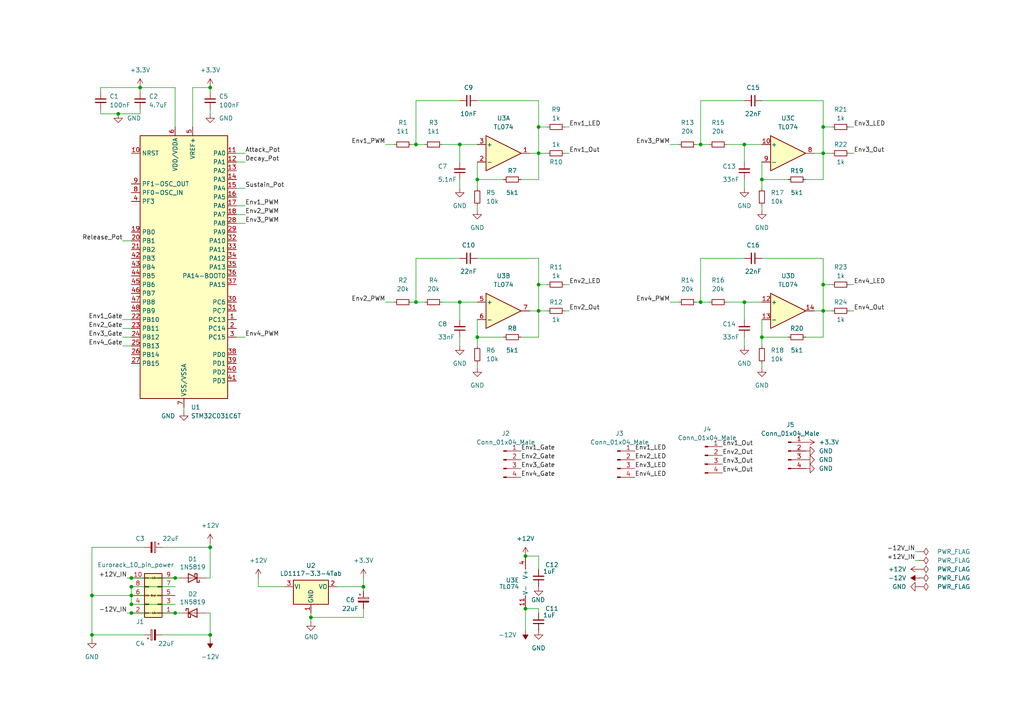
<source format=kicad_sch>
(kicad_sch (version 20211123) (generator eeschema)
  (paper "A4")
  (lib_symbols
    (symbol "+3.3V_1" (power) (pin_names (offset 0))
      (property "Value" "+3.3V_1" (at 0 3.556 0))
      (symbol "+3.3V_1_1_1"
        (pin power_in line (at 0 0 90) (length 0) hide (name "+3.3V") (number "1"))
      )
    )
    (symbol "Amplifier_Operational:TL072" (pin_names (offset 0.127))
      (property "Reference" "U" (at 0 5.08 0))
      (property "Value" "TL072" (at 0 -5.08 0))
      (symbol "TL072_1_1"
        (pin output line (at 7.62 0 180) (length 2.54) (name "~") (number "1"))
        (pin input line (at -7.62 -2.54 0) (length 2.54) (name "-") (number "2"))
        (pin input line (at -7.62 2.54 0) (length 2.54) (name "+") (number "3"))
      )
      (symbol "TL072_2_1"
        (pin input line (at -7.62 2.54 0) (length 2.54) (name "+") (number "5"))
        (pin input line (at -7.62 -2.54 0) (length 2.54) (name "-") (number "6"))
        (pin output line (at 7.62 0 180) (length 2.54) (name "~") (number "7"))
      )
      (symbol "TL072_3_1"
        (pin power_in line (at -2.54 -7.62 90) (length 3.81) (name "V-") (number "4"))
        (pin power_in line (at -2.54 7.62 270) (length 3.81) (name "V+") (number "8"))
      )
    )
    (symbol "Amplifier_Operational:TL074" (pin_names (offset 0.127))
      (property "Reference" "U" (at 0 5.08 0))
      (property "Value" "TL074" (at 0 -5.08 0))
      (symbol "TL074_1_1"
        (pin output line (at 7.62 0 180) (length 2.54) (name "~") (number "1"))
        (pin input line (at -7.62 -2.54 0) (length 2.54) (name "-") (number "2"))
        (pin input line (at -7.62 2.54 0) (length 2.54) (name "+") (number "3"))
      )
      (symbol "TL074_2_1"
        (pin input line (at -7.62 2.54 0) (length 2.54) (name "+") (number "5"))
        (pin input line (at -7.62 -2.54 0) (length 2.54) (name "-") (number "6"))
        (pin output line (at 7.62 0 180) (length 2.54) (name "~") (number "7"))
      )
      (symbol "TL074_3_1"
        (pin input line (at -7.62 2.54 0) (length 2.54) (name "+") (number "10"))
        (pin output line (at 7.62 0 180) (length 2.54) (name "~") (number "8"))
        (pin input line (at -7.62 -2.54 0) (length 2.54) (name "-") (number "9"))
      )
      (symbol "TL074_4_1"
        (pin input line (at -7.62 2.54 0) (length 2.54) (name "+") (number "12"))
        (pin input line (at -7.62 -2.54 0) (length 2.54) (name "-") (number "13"))
        (pin output line (at 7.62 0 180) (length 2.54) (name "~") (number "14"))
      )
      (symbol "TL074_5_1"
        (pin power_in line (at -2.54 -7.62 90) (length 3.81) (name "V-") (number "11"))
        (pin power_in line (at -2.54 7.62 270) (length 3.81) (name "V+") (number "4"))
      )
    )
    (symbol "Connector:Conn_01x04_Male" (pin_names (offset 1.016) hide)
      (property "Reference" "J" (at 0 5.08 0))
      (property "Value" "Conn_01x04_Male" (at 0 -7.62 0))
      (symbol "Conn_01x04_Male_1_1"
        (pin passive line (at 5.08 2.54 180) (length 3.81) (name "Pin_1") (number "1"))
        (pin passive line (at 5.08 0 180) (length 3.81) (name "Pin_2") (number "2"))
        (pin passive line (at 5.08 -2.54 180) (length 3.81) (name "Pin_3") (number "3"))
        (pin passive line (at 5.08 -5.08 180) (length 3.81) (name "Pin_4") (number "4"))
      )
    )
    (symbol "Device:C_Polarized_Small" (pin_numbers hide) (pin_names (offset 0.254) hide)
      (property "Reference" "C" (at 0.254 1.778 0))
      (property "Value" "C_Polarized_Small" (at 0.254 -2.032 0))
      (symbol "C_Polarized_Small_1_1"
        (pin passive line (at 0 2.54 270) (length 1.8542) (name "~") (number "1"))
        (pin passive line (at 0 -2.54 90) (length 1.8542) (name "~") (number "2"))
      )
    )
    (symbol "Device:C_Small" (pin_numbers hide) (pin_names (offset 0.254) hide)
      (property "Reference" "C" (at 0.254 1.778 0))
      (property "Value" "C_Small" (at 0.254 -2.032 0))
      (symbol "C_Small_1_1"
        (pin passive line (at 0 2.54 270) (length 2.032) (name "~") (number "1"))
        (pin passive line (at 0 -2.54 90) (length 2.032) (name "~") (number "2"))
      )
    )
    (symbol "Device:R_Small" (pin_numbers hide) (pin_names (offset 0.254) hide)
      (property "Reference" "R" (at 0.762 0.508 0))
      (property "Value" "R_Small" (at 0.762 -1.016 0))
      (symbol "R_Small_1_1"
        (pin passive line (at 0 2.54 270) (length 0.762) (name "~") (number "1"))
        (pin passive line (at 0 -2.54 90) (length 0.762) (name "~") (number "2"))
      )
    )
    (symbol "Diode:1N5819" (pin_numbers hide) (pin_names (offset 1.016) hide)
      (property "Reference" "D" (at 0 2.54 0))
      (property "Value" "1N5819" (at 0 -2.54 0))
      (symbol "1N5819_1_1"
        (pin passive line (at -3.81 0 0) (length 2.54) (name "K") (number "1"))
        (pin passive line (at 3.81 0 180) (length 2.54) (name "A") (number "2"))
      )
    )
    (symbol "Eurorack_Header:Eurorack_10_pin_power" (pin_names (offset 1.016) hide)
      (property "Reference" "J" (at 1.27 7.62 0))
      (property "Value" "Eurorack_10_pin_power" (at 1.27 -7.62 0))
      (symbol "Eurorack_10_pin_power_1_0"
        (text "+12v" (at 1.27 -5.08 0) (effects (font (size 0.508 0.508))))
        (text "-12v" (at 1.27 5.08 0) (effects (font (size 0.508 0.508))))
        (text "Gnd" (at 1.27 0 0) (effects (font (size 0.508 0.508))))
      )
      (symbol "Eurorack_10_pin_power_1_1"
        (pin power_in line (at -5.08 5.08 0) (length 3.81) (name "Pin_1") (number "1"))
        (pin passive line (at 7.62 -5.08 180) (length 3.81) (name "Pin_10") (number "10"))
        (pin passive line (at 7.62 5.08 180) (length 3.81) (name "Pin_2") (number "2"))
        (pin passive line (at -5.08 2.54 0) (length 3.81) (name "Pin_3") (number "3"))
        (pin passive line (at 7.62 2.54 180) (length 3.81) (name "Pin_4") (number "4"))
        (pin power_in line (at -5.08 0 0) (length 3.81) (name "Pin_5") (number "5"))
        (pin passive line (at 7.62 0 180) (length 3.81) (name "Pin_6") (number "6"))
        (pin passive line (at -5.08 -2.54 0) (length 3.81) (name "Pin_7") (number "7"))
        (pin passive line (at 7.62 -2.54 180) (length 3.81) (name "Pin_8") (number "8"))
        (pin power_in line (at -5.08 -5.08 0) (length 3.81) (name "Pin_9") (number "9"))
      )
    )
    (symbol "LD1117-3.3-4Tab:LD1117-3.3-4Tab" (pin_names (offset 0.254))
      (property "Reference" "U" (at -3.81 3.175 0))
      (property "Value" "LD1117-3.3-4Tab" (at 0 3.175 0))
      (symbol "LD1117-3.3-4Tab_1_1"
        (pin power_in line (at 0 -7.62 90) (length 2.54) (name "GND") (number "1"))
        (pin power_out line (at 7.62 0 180) (length 2.54) (name "VO") (number "2"))
        (pin power_in line (at -7.62 0 0) (length 2.54) (name "VI") (number "3"))
      )
    )
    (symbol "STM32G431RB:STM32C031C6T"
      (property "Reference" "U" (at -12.7 39.37 0))
      (property "Value" "STM32C031C6T" (at -19.05 46.99 0))
      (symbol "STM32C031C6T_0_0"
        (pin bidirectional line (at 15.24 -10.16 180) (length 2.54) (name "PC6") (number "30"))
        (pin bidirectional line (at 15.24 -30.48 180) (length 2.54) (name "PD2") (number "40"))
        (pin bidirectional line (at 15.24 -33.02 180) (length 2.54) (name "PD3") (number "41"))
      )
      (symbol "STM32C031C6T_1_1"
        (pin bidirectional line (at 15.24 -15.24 180) (length 2.54) (name "PC13") (number "1"))
        (pin input line (at -15.24 33.02 0) (length 2.54) (name "NRST") (number "10"))
        (pin bidirectional line (at 15.24 33.02 180) (length 2.54) (name "PA0") (number "11"))
        (pin bidirectional line (at 15.24 30.48 180) (length 2.54) (name "PA1") (number "12"))
        (pin bidirectional line (at 15.24 27.94 180) (length 2.54) (name "PA2") (number "13"))
        (pin bidirectional line (at 15.24 25.4 180) (length 2.54) (name "PA3") (number "14"))
        (pin bidirectional line (at 15.24 22.86 180) (length 2.54) (name "PA4") (number "15"))
        (pin bidirectional line (at 15.24 20.32 180) (length 2.54) (name "PA5") (number "16"))
        (pin bidirectional line (at 15.24 17.78 180) (length 2.54) (name "PA6") (number "17"))
        (pin bidirectional line (at 15.24 15.24 180) (length 2.54) (name "PA7") (number "18"))
        (pin bidirectional line (at -15.24 10.16 0) (length 2.54) (name "PB0") (number "19"))
        (pin bidirectional line (at 15.24 -17.78 180) (length 2.54) (name "PC14") (number "2"))
        (pin bidirectional line (at -15.24 7.62 0) (length 2.54) (name "PB1") (number "20"))
        (pin bidirectional line (at -15.24 5.08 0) (length 2.54) (name "PB2") (number "21"))
        (pin bidirectional line (at -15.24 -15.24 0) (length 2.54) (name "PB10") (number "22"))
        (pin bidirectional line (at -15.24 -17.78 0) (length 2.54) (name "PB11") (number "23"))
        (pin bidirectional line (at -15.24 -20.32 0) (length 2.54) (name "PB12") (number "24"))
        (pin bidirectional line (at -15.24 -22.86 0) (length 2.54) (name "PB13") (number "25"))
        (pin bidirectional line (at -15.24 -25.4 0) (length 2.54) (name "PB14") (number "26"))
        (pin bidirectional line (at -15.24 -27.94 0) (length 2.54) (name "PB15") (number "27"))
        (pin bidirectional line (at 15.24 12.7 180) (length 2.54) (name "PA8") (number "28"))
        (pin bidirectional line (at 15.24 10.16 180) (length 2.54) (name "PA9") (number "29"))
        (pin bidirectional line (at 15.24 -20.32 180) (length 2.54) (name "PC15") (number "3"))
        (pin bidirectional line (at 15.24 -12.7 180) (length 2.54) (name "PC7") (number "31"))
        (pin bidirectional line (at 15.24 7.62 180) (length 2.54) (name "PA10") (number "32"))
        (pin bidirectional line (at 15.24 5.08 180) (length 2.54) (name "PA11") (number "33"))
        (pin bidirectional line (at 15.24 2.54 180) (length 2.54) (name "PA12") (number "34"))
        (pin bidirectional line (at 15.24 0 180) (length 2.54) (name "PA13") (number "35"))
        (pin bidirectional line (at 15.24 -2.54 180) (length 2.54) (name "PA14-BOOT0") (number "36"))
        (pin bidirectional line (at 15.24 -5.08 180) (length 2.54) (name "PA15") (number "37"))
        (pin bidirectional line (at 15.24 -25.4 180) (length 2.54) (name "PD0") (number "38"))
        (pin bidirectional line (at 15.24 -27.94 180) (length 2.54) (name "PD1") (number "39"))
        (pin input line (at -15.24 19.05 0) (length 2.54) (name "PF3") (number "4"))
        (pin bidirectional line (at -15.24 2.54 0) (length 2.54) (name "PB3") (number "42"))
        (pin bidirectional line (at -15.24 0 0) (length 2.54) (name "PB4") (number "43"))
        (pin bidirectional line (at -15.24 -2.54 0) (length 2.54) (name "PB5") (number "44"))
        (pin bidirectional line (at -15.24 -5.08 0) (length 2.54) (name "PB6") (number "45"))
        (pin bidirectional line (at -15.24 -7.62 0) (length 2.54) (name "PB7") (number "46"))
        (pin bidirectional line (at -15.24 -10.16 0) (length 2.54) (name "PB8") (number "47"))
        (pin bidirectional line (at -15.24 -12.7 0) (length 2.54) (name "PB9") (number "48"))
        (pin input line (at 2.54 40.64 270) (length 2.54) (name "VREF+") (number "5"))
        (pin power_in line (at -2.54 40.64 270) (length 2.54) (name "VDD/VDDA") (number "6"))
        (pin power_in line (at 0 -40.64 90) (length 2.54) (name "VSS/VSSA") (number "7"))
        (pin input line (at -15.24 21.59 0) (length 2.54) (name "PF0-OSC_IN") (number "8"))
        (pin output line (at -15.24 24.13 0) (length 2.54) (name "PF1-OSC_OUT") (number "9"))
      )
    )
    (symbol "power:+12V" (power) (pin_names (offset 0))
      (property "Value" "+12V" (at 0 3.556 0))
      (symbol "+12V_1_1"
        (pin power_in line (at 0 0 90) (length 0) hide (name "+12V") (number "1"))
      )
    )
    (symbol "power:-12V" (power) (pin_names (offset 0))
      (property "Value" "-12V" (at 0 3.81 0))
      (symbol "-12V_0_0"
        (pin power_in line (at 0 0 90) (length 0) hide (name "-12V") (number "1"))
      )
    )
    (symbol "power:GND" (power) (pin_names (offset 0))
      (property "Value" "GND" (at 0 -3.81 0))
      (symbol "GND_1_1"
        (pin power_in line (at 0 0 270) (length 0) hide (name "GND") (number "1"))
      )
    )
    (symbol "power:PWR_FLAG" (power) (pin_numbers hide) (pin_names (offset 0) hide)
      (property "Value" "PWR_FLAG" (at 0 3.81 0))
      (symbol "PWR_FLAG_0_0"
        (pin power_out line (at 0 0 90) (length 0) (name "pwr") (number "1"))
      )
    )
  )
  (junction (at -35.56 86.36))
  (junction (at -33.02 201.93))
  (junction (at 152.4 161.29))
  (junction (at -33.02 166.37))
  (junction (at -68.58 163.83))
  (junction (at 38.1 175.26))
  (junction (at 50.8 167.64))
  (junction (at -58.42 83.82))
  (junction (at 105.41 170.18))
  (junction (at 38.1 177.8))
  (junction (at 156.21 90.17))
  (junction (at 38.1 167.64))
  (junction (at 138.43 97.79))
  (junction (at 238.76 44.45))
  (junction (at 220.98 97.79))
  (junction (at 26.67 184.15))
  (junction (at 215.9 41.91))
  (junction (at 138.43 52.07))
  (junction (at 156.21 36.83))
  (junction (at 38.1 172.72))
  (junction (at -53.34 209.55))
  (junction (at 203.2 41.91))
  (junction (at 215.9 87.63))
  (junction (at 238.76 82.55))
  (junction (at 220.98 52.07))
  (junction (at 238.76 90.17))
  (junction (at 120.65 87.63))
  (junction (at 60.96 158.75))
  (junction (at 26.67 172.72))
  (junction (at 133.35 87.63))
  (junction (at 133.35 41.91))
  (junction (at 120.65 41.91))
  (junction (at 38.1 170.18))
  (junction (at -58.42 43.18))
  (junction (at 238.76 36.83))
  (junction (at -55.88 163.83))
  (junction (at 156.21 82.55))
  (junction (at 156.21 44.45))
  (junction (at 90.17 179.07))
  (junction (at 203.2 87.63))
  (junction (at 60.96 184.15))
  (junction (at -71.12 43.18))
  (junction (at -71.12 83.82))
  (junction (at -35.56 45.72))
  (junction (at 152.4 176.53))
  (junction (at 40.64 25.4))
  (junction (at 34.29 33.02))
  (junction (at 50.8 177.8))
  (junction (at 60.96 25.4))
  (wire (pts (xy -25.4 166.37) (xy -24.13 166.37)))
  (wire (pts (xy -53.34 88.9) (xy -53.34 93.98)))
  (wire (pts (xy -58.42 71.12) (xy -71.12 71.12)))
  (wire (pts (xy 156.21 97.79) (xy 156.21 90.17)))
  (wire (pts (xy 238.76 74.93) (xy 238.76 82.55)))
  (wire (pts (xy -68.58 163.83) (xy -66.04 163.83)))
  (wire (pts (xy -77.47 125.73) (xy -77.47 119.38)))
  (wire (pts (xy 236.22 90.17) (xy 238.76 90.17)))
  (wire (pts (xy 238.76 90.17) (xy 241.3 90.17)))
  (wire (pts (xy 246.38 36.83) (xy 247.65 36.83)))
  (wire (pts (xy -25.4 201.93) (xy -24.13 201.93)))
  (wire (pts (xy -53.34 209.55) (xy -53.34 210.82)))
  (wire (pts (xy -69.85 163.83) (xy -68.58 163.83)))
  (wire (pts (xy 68.58 54.61) (xy 71.12 54.61)))
  (wire (pts (xy 68.58 64.77) (xy 71.12 64.77)))
  (wire (pts (xy -55.88 173.99) (xy -55.88 176.53)))
  (wire (pts (xy 38.1 100.33) (xy 35.56 100.33)))
  (wire (pts (xy -68.58 151.13) (xy -68.58 163.83)))
  (wire (pts (xy -58.42 93.98) (xy -58.42 96.52)))
  (wire (pts (xy 156.21 82.55) (xy 156.21 90.17)))
  (wire (pts (xy -71.12 83.82) (xy -68.58 83.82)))
  (wire (pts (xy -72.39 43.18) (xy -71.12 43.18)))
  (wire (pts (xy -77.47 83.82) (xy -80.01 83.82)))
  (wire (pts (xy 156.21 52.07) (xy 156.21 44.45)))
  (wire (pts (xy 138.43 97.79) (xy 138.43 100.33)))
  (wire (pts (xy 220.98 97.79) (xy 228.6 97.79)))
  (wire (pts (xy 220.98 52.07) (xy 228.6 52.07)))
  (wire (pts (xy 238.76 29.21) (xy 238.76 36.83)))
  (wire (pts (xy -33.02 166.37) (xy -30.48 166.37)))
  (wire (pts (xy -58.42 43.18) (xy -58.42 48.26)))
  (wire (pts (xy -58.42 30.48) (xy -71.12 30.48)))
  (wire (pts (xy 163.83 44.45) (xy 165.1 44.45)))
  (wire (pts (xy -71.12 124.46) (xy -72.39 124.46)))
  (wire (pts (xy 215.9 41.91) (xy 215.9 46.99)))
  (wire (pts (xy 26.67 185.42) (xy 26.67 184.15)))
  (wire (pts (xy 38.1 69.85) (xy 35.56 69.85)))
  (wire (pts (xy -53.34 93.98) (xy -35.56 93.98)))
  (wire (pts (xy 233.68 97.79) (xy 238.76 97.79)))
  (wire (pts (xy 105.41 176.53) (xy 105.41 179.07)))
  (wire (pts (xy 119.38 41.91) (xy 120.65 41.91)))
  (wire (pts (xy 50.8 170.18) (xy 38.1 170.18)))
  (wire (pts (xy -33.02 209.55) (xy -33.02 201.93)))
  (wire (pts (xy 138.43 74.93) (xy 156.21 74.93)))
  (wire (pts (xy -35.56 166.37) (xy -33.02 166.37)))
  (wire (pts (xy 29.21 33.02) (xy 34.29 33.02)))
  (wire (pts (xy 60.96 177.8) (xy 60.96 184.15)))
  (wire (pts (xy 59.69 177.8) (xy 60.96 177.8)))
  (wire (pts (xy 38.1 172.72) (xy 38.1 175.26)))
  (wire (pts (xy 210.82 41.91) (xy 215.9 41.91)))
  (wire (pts (xy -53.34 215.9) (xy -53.34 218.44)))
  (wire (pts (xy 74.93 167.64) (xy 74.93 170.18)))
  (wire (pts (xy 38.1 95.25) (xy 35.56 95.25)))
  (wire (pts (xy 50.8 175.26) (xy 38.1 175.26)))
  (wire (pts (xy 238.76 52.07) (xy 238.76 44.45)))
  (wire (pts (xy 53.34 118.11) (xy 53.34 119.38)))
  (wire (pts (xy 60.96 157.48) (xy 60.96 158.75)))
  (wire (pts (xy 26.67 172.72) (xy 26.67 184.15)))
  (wire (pts (xy 238.76 36.83) (xy 241.3 36.83)))
  (wire (pts (xy 120.65 87.63) (xy 123.19 87.63)))
  (wire (pts (xy 29.21 25.4) (xy 40.64 25.4)))
  (wire (pts (xy 156.21 36.83) (xy 156.21 44.45)))
  (wire (pts (xy 138.43 52.07) (xy 138.43 54.61)))
  (wire (pts (xy 38.1 92.71) (xy 35.56 92.71)))
  (wire (pts (xy 151.13 52.07) (xy 156.21 52.07)))
  (wire (pts (xy 29.21 26.67) (xy 29.21 25.4)))
  (wire (pts (xy 156.21 176.53) (xy 152.4 176.53)))
  (wire (pts (xy 68.58 59.69) (xy 71.12 59.69)))
  (wire (pts (xy 156.21 82.55) (xy 158.75 82.55)))
  (wire (pts (xy 90.17 179.07) (xy 90.17 180.34)))
  (wire (pts (xy 26.67 172.72) (xy 38.1 172.72)))
  (wire (pts (xy 196.85 87.63) (xy 194.31 87.63)))
  (wire (pts (xy 156.21 74.93) (xy 156.21 82.55)))
  (wire (pts (xy 236.22 44.45) (xy 238.76 44.45)))
  (wire (pts (xy 203.2 41.91) (xy 205.74 41.91)))
  (wire (pts (xy 40.64 25.4) (xy 40.64 26.67)))
  (wire (pts (xy 152.4 176.53) (xy 152.4 182.88)))
  (wire (pts (xy 133.35 41.91) (xy 138.43 41.91)))
  (wire (pts (xy -35.56 30.48) (xy -35.56 45.72)))
  (wire (pts (xy 196.85 41.91) (xy 194.31 41.91)))
  (wire (pts (xy -72.39 129.54) (xy -55.88 129.54)))
  (wire (pts (xy -55.88 199.39) (xy -58.42 199.39)))
  (wire (pts (xy -33.02 151.13) (xy -33.02 166.37)))
  (wire (pts (xy 220.98 92.71) (xy 220.98 97.79)))
  (wire (pts (xy 215.9 87.63) (xy 215.9 92.71)))
  (wire (pts (xy -55.88 129.54) (xy -55.88 121.92)))
  (wire (pts (xy -35.56 93.98) (xy -35.56 86.36)))
  (wire (pts (xy 60.96 167.64) (xy 60.96 158.75)))
  (wire (pts (xy -60.96 163.83) (xy -55.88 163.83)))
  (wire (pts (xy 215.9 87.63) (xy 220.98 87.63)))
  (wire (pts (xy 201.93 87.63) (xy 203.2 87.63)))
  (wire (pts (xy 238.76 36.83) (xy 238.76 44.45)))
  (wire (pts (xy 138.43 46.99) (xy 138.43 52.07)))
  (wire (pts (xy -35.56 45.72) (xy -33.02 45.72)))
  (wire (pts (xy 156.21 161.29) (xy 156.21 165.1)))
  (wire (pts (xy 220.98 29.21) (xy 238.76 29.21)))
  (wire (pts (xy -53.34 71.12) (xy -35.56 71.12)))
  (wire (pts (xy -63.5 83.82) (xy -58.42 83.82)))
  (wire (pts (xy 133.35 74.93) (xy 120.65 74.93)))
  (wire (pts (xy -53.34 209.55) (xy -44.45 209.55)))
  (wire (pts (xy 156.21 90.17) (xy 158.75 90.17)))
  (wire (pts (xy -63.5 43.18) (xy -58.42 43.18)))
  (wire (pts (xy -77.47 43.18) (xy -80.01 43.18)))
  (wire (pts (xy 68.58 46.99) (xy 71.12 46.99)))
  (wire (pts (xy 238.76 97.79) (xy 238.76 90.17)))
  (wire (pts (xy 138.43 105.41) (xy 138.43 106.68)))
  (wire (pts (xy 133.35 41.91) (xy 133.35 46.99)))
  (wire (pts (xy 97.79 170.18) (xy 105.41 170.18)))
  (wire (pts (xy 128.27 41.91) (xy 133.35 41.91)))
  (wire (pts (xy 220.98 59.69) (xy 220.98 60.96)))
  (wire (pts (xy 50.8 36.83) (xy 50.8 25.4)))
  (wire (pts (xy -55.88 163.83) (xy -55.88 168.91)))
  (wire (pts (xy -58.42 53.34) (xy -58.42 55.88)))
  (wire (pts (xy -72.39 124.46) (xy -72.39 129.54)))
  (wire (pts (xy 215.9 52.07) (xy 215.9 54.61)))
  (wire (pts (xy -71.12 43.18) (xy -68.58 43.18)))
  (wire (pts (xy -33.02 201.93) (xy -30.48 201.93)))
  (wire (pts (xy 50.8 177.8) (xy 52.07 177.8)))
  (wire (pts (xy 151.13 97.79) (xy 156.21 97.79)))
  (wire (pts (xy -38.1 86.36) (xy -35.56 86.36)))
  (wire (pts (xy 201.93 41.91) (xy 203.2 41.91)))
  (wire (pts (xy 246.38 90.17) (xy 247.65 90.17)))
  (wire (pts (xy -58.42 83.82) (xy -58.42 88.9)))
  (wire (pts (xy 36.83 177.8) (xy 38.1 177.8)))
  (wire (pts (xy -53.34 30.48) (xy -35.56 30.48)))
  (wire (pts (xy 38.1 177.8) (xy 50.8 177.8)))
  (wire (pts (xy 38.1 167.64) (xy 50.8 167.64)))
  (wire (pts (xy 133.35 52.07) (xy 133.35 54.61)))
  (wire (pts (xy -77.47 119.38) (xy -71.12 119.38)))
  (wire (pts (xy 220.98 97.79) (xy 220.98 100.33)))
  (wire (pts (xy 40.64 25.4) (xy 50.8 25.4)))
  (wire (pts (xy -72.39 83.82) (xy -71.12 83.82)))
  (wire (pts (xy 220.98 74.93) (xy 238.76 74.93)))
  (wire (pts (xy 36.83 167.64) (xy 38.1 167.64)))
  (wire (pts (xy 156.21 36.83) (xy 158.75 36.83)))
  (wire (pts (xy 220.98 105.41) (xy 220.98 106.68)))
  (wire (pts (xy -50.8 173.99) (xy -33.02 173.99)))
  (wire (pts (xy -53.34 53.34) (xy -35.56 53.34)))
  (wire (pts (xy 133.35 87.63) (xy 138.43 87.63)))
  (wire (pts (xy 120.65 29.21) (xy 120.65 41.91)))
  (wire (pts (xy -35.56 86.36) (xy -33.02 86.36)))
  (wire (pts (xy 138.43 92.71) (xy 138.43 97.79)))
  (wire (pts (xy 220.98 52.07) (xy 220.98 54.61)))
  (wire (pts (xy 238.76 82.55) (xy 238.76 90.17)))
  (wire (pts (xy 215.9 74.93) (xy 203.2 74.93)))
  (wire (pts (xy 215.9 97.79) (xy 215.9 100.33)))
  (wire (pts (xy 40.64 31.75) (xy 40.64 33.02)))
  (wire (pts (xy -50.8 199.39) (xy -49.53 199.39)))
  (wire (pts (xy -38.1 45.72) (xy -35.56 45.72)))
  (wire (pts (xy 203.2 74.93) (xy 203.2 87.63)))
  (wire (pts (xy 34.29 33.02) (xy 40.64 33.02)))
  (wire (pts (xy 128.27 87.63) (xy 133.35 87.63)))
  (wire (pts (xy 215.9 41.91) (xy 220.98 41.91)))
  (wire (pts (xy 138.43 29.21) (xy 156.21 29.21)))
  (wire (pts (xy -53.34 204.47) (xy -53.34 209.55)))
  (wire (pts (xy 133.35 29.21) (xy 120.65 29.21)))
  (wire (pts (xy 26.67 158.75) (xy 26.67 172.72)))
  (wire (pts (xy -35.56 53.34) (xy -35.56 45.72)))
  (wire (pts (xy 50.8 167.64) (xy 52.07 167.64)))
  (wire (pts (xy 68.58 44.45) (xy 71.12 44.45)))
  (wire (pts (xy 114.3 41.91) (xy 111.76 41.91)))
  (wire (pts (xy 60.96 31.75) (xy 60.96 33.02)))
  (wire (pts (xy 238.76 82.55) (xy 241.3 82.55)))
  (wire (pts (xy 46.99 184.15) (xy 60.96 184.15)))
  (wire (pts (xy 74.93 170.18) (xy 82.55 170.18)))
  (wire (pts (xy 26.67 158.75) (xy 41.91 158.75)))
  (wire (pts (xy 120.65 74.93) (xy 120.65 87.63)))
  (wire (pts (xy 133.35 87.63) (xy 133.35 92.71)))
  (wire (pts (xy -39.37 209.55) (xy -33.02 209.55)))
  (wire (pts (xy 90.17 177.8) (xy 90.17 179.07)))
  (wire (pts (xy -55.88 163.83) (xy -50.8 163.83)))
  (wire (pts (xy 90.17 179.07) (xy 105.41 179.07)))
  (wire (pts (xy 220.98 46.99) (xy 220.98 52.07)))
  (wire (pts (xy 163.83 90.17) (xy 165.1 90.17)))
  (wire (pts (xy 60.96 26.67) (xy 60.96 25.4)))
  (wire (pts (xy 68.58 97.79) (xy 71.12 97.79)))
  (wire (pts (xy 68.58 62.23) (xy 71.12 62.23)))
  (wire (pts (xy 156.21 176.53) (xy 156.21 177.8)))
  (wire (pts (xy 38.1 172.72) (xy 50.8 172.72)))
  (wire (pts (xy 38.1 170.18) (xy 38.1 172.72)))
  (wire (pts (xy 55.88 25.4) (xy 60.96 25.4)))
  (wire (pts (xy 105.41 171.45) (xy 105.41 170.18)))
  (wire (pts (xy 152.4 161.29) (xy 156.21 161.29)))
  (wire (pts (xy 138.43 52.07) (xy 146.05 52.07)))
  (wire (pts (xy -35.56 71.12) (xy -35.56 86.36)))
  (wire (pts (xy -71.12 30.48) (xy -71.12 43.18)))
  (wire (pts (xy 246.38 44.45) (xy 247.65 44.45)))
  (wire (pts (xy 29.21 31.75) (xy 29.21 33.02)))
  (wire (pts (xy 215.9 29.21) (xy 203.2 29.21)))
  (wire (pts (xy 153.67 44.45) (xy 156.21 44.45)))
  (wire (pts (xy -58.42 83.82) (xy -53.34 83.82)))
  (wire (pts (xy 156.21 44.45) (xy 158.75 44.45)))
  (wire (pts (xy 138.43 97.79) (xy 146.05 97.79)))
  (wire (pts (xy -27.94 86.36) (xy -26.67 86.36)))
  (wire (pts (xy -71.12 71.12) (xy -71.12 83.82)))
  (wire (pts (xy -27.94 45.72) (xy -26.67 45.72)))
  (wire (pts (xy 114.3 87.63) (xy 111.76 87.63)))
  (wire (pts (xy 238.76 44.45) (xy 241.3 44.45)))
  (wire (pts (xy 153.67 90.17) (xy 156.21 90.17)))
  (wire (pts (xy -33.02 173.99) (xy -33.02 166.37)))
  (wire (pts (xy 203.2 29.21) (xy 203.2 41.91)))
  (wire (pts (xy 38.1 97.79) (xy 35.56 97.79)))
  (wire (pts (xy 210.82 87.63) (xy 215.9 87.63)))
  (wire (pts (xy 203.2 87.63) (xy 205.74 87.63)))
  (wire (pts (xy 46.99 158.75) (xy 60.96 158.75)))
  (wire (pts (xy 265.43 162.56) (xy 266.7 162.56)))
  (wire (pts (xy 59.69 167.64) (xy 60.96 167.64)))
  (wire (pts (xy 55.88 36.83) (xy 55.88 25.4)))
  (wire (pts (xy -50.8 151.13) (xy -33.02 151.13)))
  (wire (pts (xy -33.02 201.93) (xy -34.29 201.93)))
  (wire (pts (xy 120.65 41.91) (xy 123.19 41.91)))
  (wire (pts (xy 138.43 59.69) (xy 138.43 60.96)))
  (wire (pts (xy -58.42 43.18) (xy -53.34 43.18)))
  (wire (pts (xy 265.43 160.02) (xy 266.7 160.02)))
  (wire (pts (xy 60.96 184.15) (xy 60.96 185.42)))
  (wire (pts (xy 156.21 29.21) (xy 156.21 36.83)))
  (wire (pts (xy 233.68 52.07) (xy 238.76 52.07)))
  (wire (pts (xy -74.93 163.83) (xy -77.47 163.83)))
  (wire (pts (xy 119.38 87.63) (xy 120.65 87.63)))
  (wire (pts (xy -50.8 168.91) (xy -50.8 173.99)))
  (wire (pts (xy 163.83 82.55) (xy 165.1 82.55)))
  (wire (pts (xy -53.34 48.26) (xy -53.34 53.34)))
  (wire (pts (xy 26.67 184.15) (xy 41.91 184.15)))
  (wire (pts (xy -55.88 151.13) (xy -68.58 151.13)))
  (wire (pts (xy 133.35 97.79) (xy 133.35 100.33)))
  (wire (pts (xy 246.38 82.55) (xy 247.65 82.55)))
  (wire (pts (xy 163.83 36.83) (xy 165.1 36.83)))
  (wire (pts (xy 105.41 167.64) (xy 105.41 170.18)))
  (wire (pts (xy -49.53 204.47) (xy -53.34 204.47)))
  (text "Gain  = 1 + RF / Rin = 1 + 2.7 / 2 = 2.35" (at -62.23 229.87 0) (effects (font (size 1.27 1.27)) (justify left bottom)))
  (text "20k Cutoff" (at -82.55 91.44 0) (effects (font (size 1.27 1.27)) (justify left bottom)))
  (text "10k Cutoff" (at -80.01 171.45 0) (effects (font (size 1.27 1.27)) (justify left bottom)))
  (label "Env1_Gate" (at 151.13 130.81 0))
  (label "Env1_LED" (at 165.1 36.83 0))
  (label "Env3_LED" (at 247.65 36.83 0))
  (label "Env1_Gate" (at 35.56 92.71 180))
  (label "-12V_IN" (at 36.83 177.8 180))
  (label "Env1_Out" (at -24.13 166.37 0))
  (label "Env2_PWM" (at 71.12 62.23 0))
  (label "Env1_PWM" (at -58.42 199.39 180))
  (label "Env2_Out" (at 209.55 132.08 0))
  (label "Env1_PWM" (at 111.76 41.91 180))
  (label "Env4_Gate" (at 151.13 138.43 0))
  (label "Env3_Out" (at 247.65 44.45 0))
  (label "Env3_PWM" (at 71.12 64.77 0))
  (label "Env2_Out" (at 165.1 90.17 0))
  (label "Attack_Pot" (at 71.12 44.45 0))
  (label "Env3_Gate" (at 35.56 97.79 180))
  (label "Decay_Pot" (at 71.12 46.99 0))
  (label "Env4_Gate" (at 35.56 100.33 180))
  (label "Env1_Out" (at -24.13 201.93 0))
  (label "Env2_LED" (at 184.15 133.35 0))
  (label "Env2_Gate" (at 151.13 133.35 0))
  (label "Env4_LED" (at 184.15 138.43 0))
  (label "-12V_IN" (at 265.43 160.02 180))
  (label "Env1_PWM" (at -80.01 83.82 180))
  (label "Env1_Out" (at 209.55 129.54 0))
  (label "Sustain_Pot" (at 71.12 54.61 0))
  (label "Env1_Out" (at -26.67 45.72 0))
  (label "Env2_Gate" (at 35.56 95.25 180))
  (label "Env3_LED" (at 184.15 135.89 0))
  (label "Release_Pot" (at 35.56 69.85 180))
  (label "Env4_Out" (at 209.55 137.16 0))
  (label "Env3_PWM" (at 194.31 41.91 180))
  (label "Env2_PWM" (at 111.76 87.63 180))
  (label "Env4_Out" (at 247.65 90.17 0))
  (label "Env1_PWM" (at -80.01 43.18 180))
  (label "Env1_Out" (at 165.1 44.45 0))
  (label "Env1_Out" (at -26.67 86.36 0))
  (label "Env3_Gate" (at 151.13 135.89 0))
  (label "Env4_PWM" (at 71.12 97.79 0))
  (label "Env1_LED" (at 184.15 130.81 0))
  (label "Env1_PWM" (at 71.12 59.69 0))
  (label "Env4_LED" (at 247.65 82.55 0))
  (label "Env2_LED" (at 165.1 82.55 0))
  (label "Env4_PWM" (at 194.31 87.63 180))
  (label "Env1_PWM" (at -77.47 163.83 180))
  (label "+12V_IN" (at 265.43 162.56 180))
  (label "Env3_Out" (at 209.55 134.62 0))
  (label "+12V_IN" (at 36.83 167.64 180))
  (symbol (lib_id "Amplifier_Operational:TL072") (at -63.5 121.92 0) (unit 2)
    (property "Reference" "U?" (at -63.5 111.76 0))
    (property "Value" "TL072" (at -63.5 114.3 0))
    (property "Datasheet" "http://www.ti.com/lit/ds/symlink/tl071.pdf" (effects hide))
  )
  (symbol (lib_id "Device:C_Small") (at 60.96 29.21 0) (unit 1)
    (property "Reference" "C5" (at 63.5 27.9462 0) (effects (justify left)))
    (property "Value" "100nF" (at 63.5 30.4862 0) (effects (justify left)))
    (property "Footprint" "Capacitor_SMD:C_0603_1608Metric" (effects hide))
  )
  (symbol (lib_id "power:GND") (at 138.43 106.68 0) (unit 1)
    (property "Reference" "#PWR015" (effects hide))
    (property "Value" "GND" (at 138.43 111.76 0))
  )
  (symbol (lib_id "Device:R_Small") (at -27.94 201.93 270) (unit 1)
    (property "Reference" "R?" (at -27.94 204.47 90))
    (property "Value" "1k" (at -27.94 199.39 90))
    (property "Footprint" "Resistor_SMD:R_0603_1608Metric" (effects hide))
  )
  (symbol (lib_id "Device:C_Small") (at 156.21 180.34 180) (unit 1)
    (property "Reference" "C11" (at 158.115 176.53 0) (effects (justify right)))
    (property "Value" "1uF" (at 157.48 178.435 0) (effects (justify right)))
    (property "Footprint" "Capacitor_SMD:C_0603_1608Metric" (effects hide))
  )
  (symbol (lib_id "Device:C_Small") (at 218.44 74.93 270) (unit 1)
    (property "Reference" "C16" (at 218.44 71.12 90))
    (property "Value" "22nF" (at 218.44 78.74 90))
    (property "Footprint" "Capacitor_SMD:C_0603_1608Metric" (effects hide))
  )
  (symbol (lib_id "Device:C_Small") (at 156.21 167.64 180) (unit 1)
    (property "Reference" "C12" (at 158.115 163.83 0) (effects (justify right)))
    (property "Value" "1uF" (at 157.48 165.735 0) (effects (justify right)))
    (property "Footprint" "Capacitor_SMD:C_0603_1608Metric" (effects hide))
  )
  (symbol (lib_id "Device:R_Small") (at 161.29 90.17 270) (unit 1)
    (property "Reference" "R12" (at 161.29 87.63 90))
    (property "Value" "1k" (at 161.29 92.71 90))
    (property "Footprint" "Resistor_SMD:R_0603_1608Metric" (effects hide))
  )
  (symbol (lib_id "Device:C_Polarized_Small") (at 44.45 158.75 270) (unit 1)
    (property "Reference" "C3" (at 40.64 156.21 90))
    (property "Value" "22uF" (at 49.53 156.21 90))
    (property "Footprint" "Capacitor_SMD:CP_Elec_4x5.8" (effects hide))
    (property "Part_Number" "C134798" (effects hide))
    (property "Rotation" "360" (effects hide))
  )
  (symbol (lib_id "power:GND") (at 133.35 54.61 0) (unit 1)
    (property "Reference" "#PWR012" (effects hide))
    (property "Value" "GND" (at 133.35 59.69 0))
  )
  (symbol (lib_id "Amplifier_Operational:TL072") (at -39.37 114.3 0) (unit 3)
    (property "Reference" "U?" (at -39.37 113.0299 0) (effects (justify left)))
    (property "Value" "TL072" (at -39.37 115.5699 0) (effects (justify left)))
    (property "Datasheet" "http://www.ti.com/lit/ds/symlink/tl071.pdf" (effects hide))
  )
  (symbol (lib_id "Device:R_Small") (at 138.43 57.15 180) (unit 1)
    (property "Reference" "R5" (at 140.97 55.8799 0) (effects (justify right)))
    (property "Value" "10k" (at 140.97 58.4199 0) (effects (justify right)))
    (property "Footprint" "Resistor_SMD:R_0603_1608Metric" (effects hide))
  )
  (symbol (lib_id "Connector:Conn_01x04_Male") (at 179.07 133.35 0) (unit 1)
    (property "Reference" "J3" (at 179.705 125.73 0))
    (property "Value" "Conn_01x04_Male" (at 179.705 128.27 0))
    (property "Footprint" "Connector_PinHeader_2.54mm:PinHeader_1x04_P2.54mm_Vertical" (effects hide))
  )
  (symbol (lib_id "power:GND") (at 156.21 170.18 0) (unit 1)
    (property "Reference" "#PWR019" (effects hide))
    (property "Value" "GND" (at 158.115 173.99 0) (effects (justify right)))
  )
  (symbol (lib_id "power:PWR_FLAG") (at 266.7 167.64 270) (unit 1)
    (property "Reference" "#FLG04" (effects hide))
    (property "Value" "PWR_FLAG" (at 271.78 167.6399 90) (effects (justify left)))
  )
  (symbol (lib_id "Device:C_Small") (at 218.44 29.21 270) (unit 1)
    (property "Reference" "C15" (at 218.44 25.4 90))
    (property "Value" "22nF" (at 218.44 33.02 90))
    (property "Footprint" "Capacitor_SMD:C_0603_1608Metric" (effects hide))
  )
  (symbol (lib_id "Device:C_Small") (at -55.88 171.45 180) (unit 1)
    (property "Reference" "C?" (at -62.23 170.1799 0) (effects (justify right)))
    (property "Value" "10nF" (at -62.23 173.9899 0) (effects (justify right)))
    (property "Footprint" "Capacitor_SMD:C_0603_1608Metric" (effects hide))
  )
  (symbol (lib_id "Device:R_Small") (at 231.14 97.79 90) (unit 1)
    (property "Reference" "R20" (at 231.14 95.25 90))
    (property "Value" "5k1" (at 231.14 101.6 90))
    (property "Footprint" "Resistor_SMD:R_0603_1608Metric" (effects hide))
  )
  (symbol (lib_id "Device:R_Small") (at 208.28 87.63 90) (unit 1)
    (property "Reference" "R16" (at 208.28 81.28 90))
    (property "Value" "20k" (at 208.28 83.82 90))
    (property "Footprint" "Resistor_SMD:R_0603_1608Metric" (effects hide))
  )
  (symbol (lib_id "Device:R_Small") (at 138.43 102.87 180) (unit 1)
    (property "Reference" "R6" (at 140.97 101.5999 0) (effects (justify right)))
    (property "Value" "10k" (at 140.97 104.1399 0) (effects (justify right)))
    (property "Footprint" "Resistor_SMD:R_0603_1608Metric" (effects hide))
  )
  (symbol (lib_id "Device:C_Small") (at -55.88 30.48 270) (unit 1)
    (property "Reference" "C?" (at -55.88 26.67 90))
    (property "Value" "10nF" (at -55.88 34.29 90))
    (property "Footprint" "Capacitor_SMD:C_0603_1608Metric" (effects hide))
  )
  (symbol (lib_id "Device:C_Polarized_Small") (at 105.41 173.99 0) (unit 1)
    (property "Reference" "C6" (at 101.6 173.99 0))
    (property "Value" "22uF" (at 101.6 176.53 0))
    (property "Footprint" "Capacitor_SMD:CP_Elec_4x5.8" (effects hide))
    (property "Part_Number" "C134793" (effects hide))
    (property "Rotation" "180" (effects hide))
  )
  (symbol (lib_id "power:GND") (at -55.88 176.53 0) (unit 1)
    (property "Reference" "#PWR?" (effects hide))
    (property "Value" "GND" (at -55.88 181.61 0))
  )
  (symbol (lib_id "power:+12V") (at 266.7 165.1 90) (mirror x) (unit 1)
    (property "Reference" "#PWR024" (effects hide))
    (property "Value" "+12V" (at 262.89 165.0999 90) (effects (justify left)))
  )
  (symbol (lib_id "Device:R_Small") (at -53.34 199.39 90) (unit 1)
    (property "Reference" "R?" (at -53.34 193.04 90))
    (property "Value" "1k" (at -53.34 195.58 90))
    (property "Footprint" "Resistor_SMD:R_0603_1608Metric" (effects hide))
  )
  (symbol (lib_id "Device:C_Small") (at 215.9 95.25 180) (unit 1)
    (property "Reference" "C14" (at 209.55 93.9799 0) (effects (justify right)))
    (property "Value" "33nF" (at 209.55 97.7899 0) (effects (justify right)))
    (property "Footprint" "Capacitor_SMD:C_0603_1608Metric" (effects hide))
  )
  (symbol (lib_id "power:GND") (at -58.42 96.52 0) (unit 1)
    (property "Reference" "#PWR?" (effects hide))
    (property "Value" "GND" (at -58.42 101.6 0))
  )
  (symbol (lib_id "Device:R_Small") (at -74.93 43.18 90) (unit 1)
    (property "Reference" "R?" (at -74.93 36.83 90))
    (property "Value" "1k1" (at -74.93 39.37 90))
    (property "Footprint" "Resistor_SMD:R_0603_1608Metric" (effects hide))
  )
  (symbol (lib_id "Device:C_Small") (at 135.89 74.93 270) (unit 1)
    (property "Reference" "C10" (at 135.89 71.12 90))
    (property "Value" "22nF" (at 135.89 78.74 90))
    (property "Footprint" "Capacitor_SMD:C_0603_1608Metric" (effects hide))
  )
  (symbol (lib_id "Device:C_Small") (at 215.9 49.53 180) (unit 1)
    (property "Reference" "C13" (at 209.55 48.2599 0) (effects (justify right)))
    (property "Value" "33nF" (at 209.55 52.0699 0) (effects (justify right)))
    (property "Footprint" "Capacitor_SMD:C_0603_1608Metric" (effects hide))
  )
  (symbol (lib_id "Amplifier_Operational:TL074") (at 146.05 90.17 0) (unit 2)
    (property "Reference" "U3" (at 146.05 80.01 0))
    (property "Value" "TL074" (at 146.05 82.55 0))
    (property "Footprint" "Package_SO:SOIC-14_3.9x8.7mm_P1.27mm" (effects hide))
    (property "Datasheet" "http://www.ti.com/lit/ds/symlink/tl071.pdf" (effects hide))
  )
  (symbol (lib_id "Device:R_Small") (at 208.28 41.91 90) (unit 1)
    (property "Reference" "R15" (at 208.28 35.56 90))
    (property "Value" "20k" (at 208.28 38.1 90))
    (property "Footprint" "Resistor_SMD:R_0603_1608Metric" (effects hide))
  )
  (symbol (lib_id "Amplifier_Operational:TL072") (at -43.18 166.37 0) (unit 1)
    (property "Reference" "U?" (at -43.18 156.21 0))
    (property "Value" "TL072" (at -43.18 158.75 0))
    (property "Datasheet" "http://www.ti.com/lit/ds/symlink/tl071.pdf" (effects hide))
  )
  (symbol (lib_id "Device:R_Small") (at 243.84 44.45 270) (unit 1)
    (property "Reference" "R22" (at 243.84 41.91 90))
    (property "Value" "1k" (at 243.84 46.99 90))
    (property "Footprint" "Resistor_SMD:R_0603_1608Metric" (effects hide))
  )
  (symbol (lib_id "Device:R_Small") (at 220.98 102.87 180) (unit 1)
    (property "Reference" "R18" (at 223.52 101.5999 0) (effects (justify right)))
    (property "Value" "10k" (at 223.52 104.1399 0) (effects (justify right)))
    (property "Footprint" "Resistor_SMD:R_0603_1608Metric" (effects hide))
  )
  (symbol (lib_id "Device:R_Small") (at -74.93 83.82 90) (unit 1)
    (property "Reference" "R?" (at -74.93 77.47 90))
    (property "Value" "2k7" (at -74.93 80.01 90))
    (property "Footprint" "Resistor_SMD:R_0603_1608Metric" (effects hide))
  )
  (symbol (lib_id "power:GND") (at -53.34 218.44 0) (unit 1)
    (property "Reference" "#PWR?" (effects hide))
    (property "Value" "GND" (at -53.34 223.52 0))
  )
  (symbol (lib_id "power:GND") (at -77.47 125.73 0) (unit 1)
    (property "Reference" "#PWR?" (effects hide))
    (property "Value" "GND" (at -77.47 130.81 0))
  )
  (symbol (lib_id "Amplifier_Operational:TL074") (at 228.6 90.17 0) (unit 4)
    (property "Reference" "U3" (at 228.6 80.01 0))
    (property "Value" "TL074" (at 228.6 82.55 0))
    (property "Footprint" "Package_SO:SOIC-14_3.9x8.7mm_P1.27mm" (effects hide))
    (property "Datasheet" "http://www.ti.com/lit/ds/symlink/tl071.pdf" (effects hide))
  )
  (symbol (lib_id "Device:R_Small") (at 161.29 82.55 270) (unit 1)
    (property "Reference" "R11" (at 161.29 77.47 90))
    (property "Value" "1k" (at 161.29 80.01 90))
    (property "Footprint" "Resistor_SMD:R_0603_1608Metric" (effects hide))
  )
  (symbol (lib_id "Amplifier_Operational:TL074") (at 154.94 168.91 0) (unit 5)
    (property "Reference" "U3" (at 146.685 168.275 0) (effects (justify left)))
    (property "Value" "TL074" (at 144.78 170.18 0) (effects (justify left)))
    (property "Footprint" "Package_SO:SOIC-14_3.9x8.7mm_P1.27mm" (effects hide))
    (property "Datasheet" "http://www.ti.com/lit/ds/symlink/tl071.pdf" (effects hide))
  )
  (symbol (lib_id "power:-12V") (at 266.7 167.64 90) (unit 1)
    (property "Reference" "#PWR025" (effects hide))
    (property "Value" "-12V" (at 262.89 167.6399 90) (effects (justify left)))
  )
  (symbol (lib_id "Amplifier_Operational:TL074") (at 228.6 44.45 0) (unit 3)
    (property "Reference" "U3" (at 228.6 34.29 0))
    (property "Value" "TL074" (at 228.6 36.83 0))
    (property "Footprint" "Package_SO:SOIC-14_3.9x8.7mm_P1.27mm" (effects hide))
    (property "Datasheet" "http://www.ti.com/lit/ds/symlink/tl071.pdf" (effects hide))
  )
  (symbol (lib_name "+3.3V_1") (lib_id "power:+3.3V") (at 233.68 128.27 270) (unit 1)
    (property "Reference" "#PWR0104" (effects hide))
    (property "Value" "+3.3V" (at 237.49 128.2699 90) (effects (justify left)))
  )
  (symbol (lib_name "+3.3V_1") (lib_id "power:+3.3V") (at 60.96 25.4 0) (unit 1)
    (property "Reference" "#PWR0106" (effects hide))
    (property "Value" "+3.3V" (at 60.96 20.32 0))
  )
  (symbol (lib_id "power:GND") (at 90.17 180.34 0) (unit 1)
    (property "Reference" "#PWR010" (effects hide))
    (property "Value" "GND" (at 90.297 184.7342 0))
  )
  (symbol (lib_id "Device:R_Small") (at 148.59 52.07 90) (unit 1)
    (property "Reference" "R7" (at 148.59 49.53 90))
    (property "Value" "5k1" (at 148.59 55.88 90))
    (property "Footprint" "Resistor_SMD:R_0603_1608Metric" (effects hide))
  )
  (symbol (lib_id "Device:R_Small") (at -30.48 86.36 270) (unit 1)
    (property "Reference" "R?" (at -30.48 88.9 90))
    (property "Value" "1k" (at -30.48 83.82 90))
    (property "Footprint" "Resistor_SMD:R_0603_1608Metric" (effects hide))
  )
  (symbol (lib_id "power:GND") (at 60.96 33.02 0) (unit 1)
    (property "Reference" "#PWR06" (effects hide))
    (property "Value" "GND" (at 63.5 34.2899 0) (effects (justify left)))
  )
  (symbol (lib_id "power:GND") (at -58.42 55.88 0) (unit 1)
    (property "Reference" "#PWR?" (effects hide))
    (property "Value" "GND" (at -58.42 60.96 0))
  )
  (symbol (lib_id "power:+12V") (at 152.4 161.29 0) (unit 1)
    (property "Reference" "#PWR017" (effects hide))
    (property "Value" "+12V" (at 152.4 156.21 0))
  )
  (symbol (lib_id "power:GND") (at 233.68 133.35 90) (mirror x) (unit 1)
    (property "Reference" "#PWR0102" (effects hide))
    (property "Value" "GND" (at 237.49 133.3499 90) (effects (justify right)))
  )
  (symbol (lib_id "Device:R_Small") (at 148.59 97.79 90) (unit 1)
    (property "Reference" "R8" (at 148.59 95.25 90))
    (property "Value" "5k1" (at 148.59 101.6 90))
    (property "Footprint" "Resistor_SMD:R_0603_1608Metric" (effects hide))
  )
  (symbol (lib_id "Device:R_Small") (at -66.04 83.82 90) (unit 1)
    (property "Reference" "R?" (at -66.04 77.47 90))
    (property "Value" "2k7" (at -66.04 80.01 90))
    (property "Footprint" "Resistor_SMD:R_0603_1608Metric" (effects hide))
  )
  (symbol (lib_id "Device:C_Small") (at 133.35 95.25 180) (unit 1)
    (property "Reference" "C8" (at 127 93.9799 0) (effects (justify right)))
    (property "Value" "33nF" (at 127 97.7899 0) (effects (justify right)))
    (property "Footprint" "Capacitor_SMD:C_0603_1608Metric" (effects hide))
  )
  (symbol (lib_id "Device:R_Small") (at -72.39 163.83 90) (unit 1)
    (property "Reference" "R?" (at -72.39 157.48 90))
    (property "Value" "1k" (at -72.39 160.02 90))
    (property "Footprint" "Resistor_SMD:R_0603_1608Metric" (effects hide))
  )
  (symbol (lib_id "power:+12V") (at 74.93 167.64 0) (unit 1)
    (property "Reference" "#PWR09" (effects hide))
    (property "Value" "+12V" (at 74.93 162.56 0))
  )
  (symbol (lib_id "Device:C_Small") (at -58.42 91.44 180) (unit 1)
    (property "Reference" "C?" (at -64.77 90.1699 0) (effects (justify right)))
    (property "Value" "2.2nF" (at -64.77 93.9799 0) (effects (justify right)))
    (property "Footprint" "Capacitor_SMD:C_0603_1608Metric" (effects hide))
  )
  (symbol (lib_id "power:GND") (at 220.98 60.96 0) (unit 1)
    (property "Reference" "#PWR022" (effects hide))
    (property "Value" "GND" (at 220.98 66.04 0))
  )
  (symbol (lib_id "Device:C_Polarized_Small") (at 44.45 184.15 90) (unit 1)
    (property "Reference" "C4" (at 40.64 186.69 90))
    (property "Value" "22uF" (at 48.26 186.69 90))
    (property "Footprint" "Capacitor_SMD:CP_Elec_4x5.8" (effects hide))
    (property "Part_Number" "C134793" (effects hide))
    (property "Rotation" "270" (effects hide))
  )
  (symbol (lib_id "Amplifier_Operational:TL072") (at -41.91 201.93 0) (unit 2)
    (property "Reference" "U?" (at -41.91 191.77 0))
    (property "Value" "TL072" (at -41.91 194.31 0))
    (property "Datasheet" "http://www.ti.com/lit/ds/symlink/tl071.pdf" (effects hide))
  )
  (symbol (lib_id "Connector:Conn_01x04_Male") (at 228.6 130.81 0) (unit 1)
    (property "Reference" "J5" (at 229.235 123.19 0))
    (property "Value" "Conn_01x04_Male" (at 229.235 125.73 0))
    (property "Footprint" "Connector_PinHeader_2.54mm:PinHeader_1x04_P2.54mm_Vertical" (effects hide))
  )
  (symbol (lib_id "Device:R_Small") (at 199.39 41.91 90) (unit 1)
    (property "Reference" "R13" (at 199.39 35.56 90))
    (property "Value" "20k" (at 199.39 38.1 90))
    (property "Footprint" "Resistor_SMD:R_0603_1608Metric" (effects hide))
  )
  (symbol (lib_id "Device:R_Small") (at -53.34 213.36 180) (unit 1)
    (property "Reference" "R?" (at -49.53 212.0899 0) (effects (justify right)))
    (property "Value" "2k" (at -49.53 214.6299 0) (effects (justify right)))
    (property "Footprint" "Resistor_SMD:R_0603_1608Metric" (effects hide))
  )
  (symbol (lib_id "Device:R_Small") (at 199.39 87.63 90) (unit 1)
    (property "Reference" "R14" (at 199.39 81.28 90))
    (property "Value" "20k" (at 199.39 83.82 90))
    (property "Footprint" "Resistor_SMD:R_0603_1608Metric" (effects hide))
  )
  (symbol (lib_id "LD1117-3.3-4Tab:LD1117-3.3-4Tab") (at 90.17 170.18 0) (unit 1)
    (property "Reference" "U2" (at 90.17 164.0332 0))
    (property "Value" "LD1117-3.3-4Tab" (at 90.17 166.3446 0))
    (property "Footprint" "Package_TO_SOT_SMD:SOT-223-3_TabPin2" (effects hide))
    (property "Datasheet" "http://www.diodes.com/datasheets/AP1117.pdf" (effects hide))
  )
  (symbol (lib_id "Device:C_Small") (at 29.21 29.21 0) (unit 1)
    (property "Reference" "C1" (at 31.75 27.9462 0) (effects (justify left)))
    (property "Value" "100nF" (at 31.75 30.4862 0) (effects (justify left)))
    (property "Footprint" "Capacitor_SMD:C_0603_1608Metric" (effects hide))
  )
  (symbol (lib_id "Device:R_Small") (at 125.73 87.63 90) (unit 1)
    (property "Reference" "R4" (at 125.73 81.28 90))
    (property "Value" "20k" (at 125.73 83.82 90))
    (property "Footprint" "Resistor_SMD:R_0603_1608Metric" (effects hide))
  )
  (symbol (lib_id "Device:R_Small") (at 243.84 90.17 270) (unit 1)
    (property "Reference" "R24" (at 243.84 87.63 90))
    (property "Value" "1k" (at 243.84 92.71 90))
    (property "Footprint" "Resistor_SMD:R_0603_1608Metric" (effects hide))
  )
  (symbol (lib_id "Amplifier_Operational:TL072") (at -45.72 45.72 0) (unit 1)
    (property "Reference" "U?" (at -45.72 35.56 0))
    (property "Value" "TL072" (at -45.72 38.1 0))
    (property "Datasheet" "http://www.ti.com/lit/ds/symlink/tl071.pdf" (effects hide))
  )
  (symbol (lib_id "power:GND") (at 233.68 130.81 90) (mirror x) (unit 1)
    (property "Reference" "#PWR0103" (effects hide))
    (property "Value" "GND" (at 237.49 130.8099 90) (effects (justify right)))
  )
  (symbol (lib_id "Device:C_Small") (at -55.88 71.12 270) (unit 1)
    (property "Reference" "C?" (at -55.88 67.31 90))
    (property "Value" "4.7nF" (at -55.88 74.93 90))
    (property "Footprint" "Capacitor_SMD:C_0603_1608Metric" (effects hide))
  )
  (symbol (lib_id "Device:C_Small") (at 40.64 29.21 0) (unit 1)
    (property "Reference" "C2" (at 43.18 27.9462 0) (effects (justify left)))
    (property "Value" "4.7uF" (at 43.18 30.4862 0) (effects (justify left)))
    (property "Footprint" "Capacitor_SMD:C_0603_1608Metric" (effects hide))
  )
  (symbol (lib_id "Device:R_Small") (at 220.98 57.15 180) (unit 1)
    (property "Reference" "R17" (at 223.52 55.8799 0) (effects (justify right)))
    (property "Value" "10k" (at 223.52 58.4199 0) (effects (justify right)))
    (property "Footprint" "Resistor_SMD:R_0603_1608Metric" (effects hide))
  )
  (symbol (lib_id "Diode:1N5819") (at 55.88 167.64 180) (unit 1)
    (property "Reference" "D1" (at 55.88 162.1536 0))
    (property "Value" "1N5819" (at 55.88 164.465 0))
    (property "Footprint" "Diode_SMD:D_SOD-123" (effects hide))
    (property "Datasheet" "https://datasheet.lcsc.com/szlcsc/Changjiang-Electronics-Tech-CJ-B5819W_C8598.pdf" (effects hide))
    (property "Part_Number" "C8598" (effects hide))
  )
  (symbol (lib_id "Device:R_Small") (at 116.84 41.91 90) (unit 1)
    (property "Reference" "R1" (at 116.84 35.56 90))
    (property "Value" "1k1" (at 116.84 38.1 90))
    (property "Footprint" "Resistor_SMD:R_0603_1608Metric" (effects hide))
  )
  (symbol (lib_id "power:GND") (at 156.21 182.88 0) (unit 1)
    (property "Reference" "#PWR016" (effects hide))
    (property "Value" "GND" (at 156.21 187.96 0))
  )
  (symbol (lib_id "Device:R_Small") (at 116.84 87.63 90) (unit 1)
    (property "Reference" "R2" (at 116.84 81.28 90))
    (property "Value" "20k" (at 116.84 83.82 90))
    (property "Footprint" "Resistor_SMD:R_0603_1608Metric" (effects hide))
  )
  (symbol (lib_id "Device:R_Small") (at 231.14 52.07 90) (unit 1)
    (property "Reference" "R19" (at 231.14 49.53 90))
    (property "Value" "5k1" (at 231.14 55.88 90))
    (property "Footprint" "Resistor_SMD:R_0603_1608Metric" (effects hide))
  )
  (symbol (lib_id "power:-12V") (at 60.96 185.42 180) (unit 1)
    (property "Reference" "#PWR08" (effects hide))
    (property "Value" "-12V" (at 60.96 190.5 0))
  )
  (symbol (lib_id "power:GND") (at 215.9 54.61 0) (unit 1)
    (property "Reference" "#PWR020" (effects hide))
    (property "Value" "GND" (at 215.9 59.69 0))
  )
  (symbol (lib_id "power:GND") (at 34.29 33.02 0) (unit 1)
    (property "Reference" "#PWR03" (effects hide))
    (property "Value" "GND" (at 36.83 34.2899 0) (effects (justify left)))
  )
  (symbol (lib_id "power:PWR_FLAG") (at 266.7 162.56 270) (unit 1)
    (property "Reference" "#FLG02" (effects hide))
    (property "Value" "PWR_FLAG" (at 271.78 162.5599 90) (effects (justify left)))
  )
  (symbol (lib_id "power:GND") (at 26.67 185.42 0) (unit 1)
    (property "Reference" "#PWR01" (effects hide))
    (property "Value" "GND" (at 26.67 190.5 0))
  )
  (symbol (lib_id "Amplifier_Operational:TL072") (at -45.72 86.36 0) (unit 2)
    (property "Reference" "U?" (at -45.72 76.2 0))
    (property "Value" "TL072" (at -45.72 78.74 0))
    (property "Datasheet" "http://www.ti.com/lit/ds/symlink/tl071.pdf" (effects hide))
  )
  (symbol (lib_id "power:+12V") (at 60.96 157.48 0) (unit 1)
    (property "Reference" "#PWR07" (effects hide))
    (property "Value" "+12V" (at 60.96 152.4 0))
  )
  (symbol (lib_id "Diode:1N5819") (at 55.88 177.8 0) (unit 1)
    (property "Reference" "D2" (at 55.88 172.3136 0))
    (property "Value" "1N5819" (at 55.88 174.625 0))
    (property "Footprint" "Diode_SMD:D_SOD-123" (effects hide))
    (property "Datasheet" "https://datasheet.lcsc.com/szlcsc/Changjiang-Electronics-Tech-CJ-B5819W_C8598.pdf" (effects hide))
    (property "Part_Number" "C8598" (effects hide))
  )
  (symbol (lib_id "Device:R_Small") (at 243.84 36.83 270) (unit 1)
    (property "Reference" "R21" (at 243.84 31.75 90))
    (property "Value" "1k" (at 243.84 34.29 90))
    (property "Footprint" "Resistor_SMD:R_0603_1608Metric" (effects hide))
  )
  (symbol (lib_id "Device:R_Small") (at -63.5 163.83 90) (unit 1)
    (property "Reference" "R?" (at -63.5 157.48 90))
    (property "Value" "1k" (at -63.5 160.02 90))
    (property "Footprint" "Resistor_SMD:R_0603_1608Metric" (effects hide))
  )
  (symbol (lib_id "power:GND") (at 220.98 106.68 0) (unit 1)
    (property "Reference" "#PWR023" (effects hide))
    (property "Value" "GND" (at 220.98 111.76 0))
  )
  (symbol (lib_id "Connector:Conn_01x04_Male") (at 204.47 132.08 0) (unit 1)
    (property "Reference" "J4" (at 205.105 124.46 0))
    (property "Value" "Conn_01x04_Male" (at 205.105 127 0))
    (property "Footprint" "Connector_PinHeader_2.54mm:PinHeader_1x04_P2.54mm_Vertical" (effects hide))
  )
  (symbol (lib_id "Device:R_Small") (at -66.04 43.18 90) (unit 1)
    (property "Reference" "R?" (at -66.04 36.83 90))
    (property "Value" "1k1" (at -66.04 39.37 90))
    (property "Footprint" "Resistor_SMD:R_0603_1608Metric" (effects hide))
  )
  (symbol (lib_id "power:GND") (at 233.68 135.89 90) (mirror x) (unit 1)
    (property "Reference" "#PWR028" (effects hide))
    (property "Value" "GND" (at 237.49 135.8899 90) (effects (justify right)))
  )
  (symbol (lib_id "Device:R_Small") (at 161.29 44.45 270) (unit 1)
    (property "Reference" "R10" (at 161.29 46.99 90))
    (property "Value" "1k" (at 161.29 41.91 90))
    (property "Footprint" "Resistor_SMD:R_0603_1608Metric" (effects hide))
  )
  (symbol (lib_id "power:GND") (at 138.43 60.96 0) (unit 1)
    (property "Reference" "#PWR014" (effects hide))
    (property "Value" "GND" (at 138.43 66.04 0))
  )
  (symbol (lib_id "Device:R_Small") (at 243.84 82.55 270) (unit 1)
    (property "Reference" "R23" (at 243.84 77.47 90))
    (property "Value" "1k" (at 243.84 80.01 90))
    (property "Footprint" "Resistor_SMD:R_0603_1608Metric" (effects hide))
  )
  (symbol (lib_id "Device:R_Small") (at 125.73 41.91 90) (unit 1)
    (property "Reference" "R3" (at 125.73 35.56 90))
    (property "Value" "1k1" (at 125.73 38.1 90))
    (property "Footprint" "Resistor_SMD:R_0603_1608Metric" (effects hide))
  )
  (symbol (lib_id "Amplifier_Operational:TL074") (at 146.05 44.45 0) (unit 1)
    (property "Reference" "U3" (at 146.05 34.29 0))
    (property "Value" "TL074" (at 146.05 36.83 0))
    (property "Footprint" "Package_SO:SOIC-14_3.9x8.7mm_P1.27mm" (effects hide))
    (property "Datasheet" "http://www.ti.com/lit/ds/symlink/tl071.pdf" (effects hide))
  )
  (symbol (lib_id "power:GND") (at 133.35 100.33 0) (unit 1)
    (property "Reference" "#PWR013" (effects hide))
    (property "Value" "GND" (at 133.35 105.41 0))
  )
  (symbol (lib_id "Device:R_Small") (at 161.29 36.83 270) (unit 1)
    (property "Reference" "R9" (at 161.29 31.75 90))
    (property "Value" "1k" (at 161.29 34.29 90))
    (property "Footprint" "Resistor_SMD:R_0603_1608Metric" (effects hide))
  )
  (symbol (lib_id "power:PWR_FLAG") (at 266.7 165.1 270) (unit 1)
    (property "Reference" "#FLG03" (effects hide))
    (property "Value" "PWR_FLAG" (at 271.78 165.0999 90) (effects (justify left)))
  )
  (symbol (lib_id "power:GND") (at 53.34 119.38 0) (unit 1)
    (property "Reference" "#PWR04" (effects hide))
    (property "Value" "GND" (at 50.8 120.6499 0) (effects (justify right)))
  )
  (symbol (lib_id "Device:C_Small") (at 135.89 29.21 270) (unit 1)
    (property "Reference" "C9" (at 135.89 25.4 90))
    (property "Value" "10nF" (at 135.89 33.02 90))
    (property "Footprint" "Capacitor_SMD:C_0603_1608Metric" (effects hide))
  )
  (symbol (lib_id "power:PWR_FLAG") (at 266.7 160.02 270) (unit 1)
    (property "Reference" "#FLG01" (effects hide))
    (property "Value" "PWR_FLAG" (at 271.78 160.0199 90) (effects (justify left)))
  )
  (symbol (lib_id "Device:C_Small") (at 133.35 49.53 180) (unit 1)
    (property "Reference" "C7" (at 127 48.2599 0) (effects (justify right)))
    (property "Value" "5.1nF" (at 127 52.0699 0) (effects (justify right)))
    (property "Footprint" "Capacitor_SMD:C_0603_1608Metric" (effects hide))
  )
  (symbol (lib_id "Device:R_Small") (at -27.94 166.37 270) (unit 1)
    (property "Reference" "R?" (at -27.94 168.91 90))
    (property "Value" "1k" (at -27.94 163.83 90))
    (property "Footprint" "Resistor_SMD:R_0603_1608Metric" (effects hide))
  )
  (symbol (lib_name "+3.3V_1") (lib_id "power:+3.3V") (at 105.41 167.64 0) (unit 1)
    (property "Reference" "#PWR0101" (effects hide))
    (property "Value" "+3.3V" (at 105.41 162.56 0))
  )
  (symbol (lib_id "power:PWR_FLAG") (at 266.7 170.18 270) (unit 1)
    (property "Reference" "#FLG05" (effects hide))
    (property "Value" "PWR_FLAG" (at 271.78 170.1799 90) (effects (justify left)))
  )
  (symbol (lib_id "power:GND") (at 266.7 170.18 270) (unit 1)
    (property "Reference" "#PWR026" (effects hide))
    (property "Value" "GND" (at 262.89 170.1799 90) (effects (justify right)))
  )
  (symbol (lib_id "power:GND") (at 215.9 100.33 0) (unit 1)
    (property "Reference" "#PWR021" (effects hide))
    (property "Value" "GND" (at 215.9 105.41 0))
  )
  (symbol (lib_id "Device:R_Small") (at -41.91 209.55 90) (unit 1)
    (property "Reference" "R?" (at -41.91 213.36 90))
    (property "Value" "2.7k" (at -41.91 215.9 90))
    (property "Footprint" "Resistor_SMD:R_0603_1608Metric" (effects hide))
  )
  (symbol (lib_id "Device:R_Small") (at -30.48 45.72 270) (unit 1)
    (property "Reference" "R?" (at -30.48 48.26 90))
    (property "Value" "1k" (at -30.48 43.18 90))
    (property "Footprint" "Resistor_SMD:R_0603_1608Metric" (effects hide))
  )
  (symbol (lib_id "power:-12V") (at 152.4 182.88 180) (unit 1)
    (property "Reference" "#PWR018" (effects hide))
    (property "Value" "-12V" (at 149.86 184.1499 0) (effects (justify left)))
  )
  (symbol (lib_id "Eurorack_Header:Eurorack_10_pin_power") (at 45.72 172.72 180) (unit 1)
    (property "Reference" "J1" (at 40.64 180.34 0))
    (property "Value" "Eurorack_10_pin_power" (at 39.37 163.83 0))
    (property "Footprint" "Custom_Footprints:Eurorack_10_pin_header" (effects hide))
  )
  (symbol (lib_id "Device:C_Small") (at -58.42 50.8 180) (unit 1)
    (property "Reference" "C?" (at -64.77 49.5299 0) (effects (justify right)))
    (property "Value" "5.1nF" (at -64.77 53.3399 0) (effects (justify right)))
    (property "Footprint" "Capacitor_SMD:C_0603_1608Metric" (effects hide))
  )
  (symbol (lib_id "Device:C_Small") (at -53.34 151.13 270) (unit 1)
    (property "Reference" "C?" (at -53.34 147.32 90))
    (property "Value" "22nF" (at -53.34 154.94 90))
    (property "Footprint" "Capacitor_SMD:C_0603_1608Metric" (effects hide))
  )
  (symbol (lib_name "+3.3V_1") (lib_id "power:+3.3V") (at 40.64 25.4 0) (unit 1)
    (property "Reference" "#PWR0105" (effects hide))
    (property "Value" "+3.3V" (at 40.64 20.32 0))
  )
  (symbol (lib_id "Connector:Conn_01x04_Male") (at 146.05 133.35 0) (unit 1)
    (property "Reference" "J2" (at 146.685 125.73 0))
    (property "Value" "Conn_01x04_Male" (at 146.685 128.27 0))
    (property "Footprint" "Connector_PinHeader_2.54mm:PinHeader_1x04_P2.54mm_Vertical" (effects hide))
  )
  (symbol (lib_id "STM32G431RB:STM32C031C6T") (at 53.34 77.47 0) (unit 1)
    (property "Reference" "U1" (at 55.3594 118.11 0) (effects (justify left)))
    (property "Value" "STM32C031C6T" (at 55.3594 120.65 0) (effects (justify left)))
    (property "Footprint" "Package_QFP:LQFP-48_7x7mm_P0.5mm" (effects hide))
  )
)
</source>
